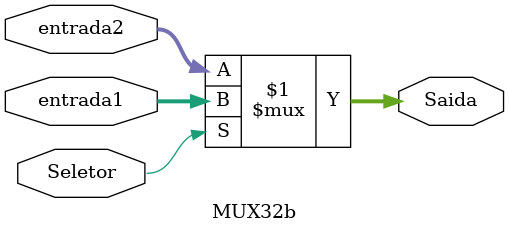
<source format=v>
module MUX32b (entrada1,entrada2,Seletor,Saida);

    //Declaração das entradas de 32 bits
    input wire [31:0] entrada1, entrada2;
    input wire Seletor; //sinal seletor
    output [31:0] Saida; // saida 32-bit
    assign Saida = Seletor ? entrada1 : entrada2;
endmodule
</source>
